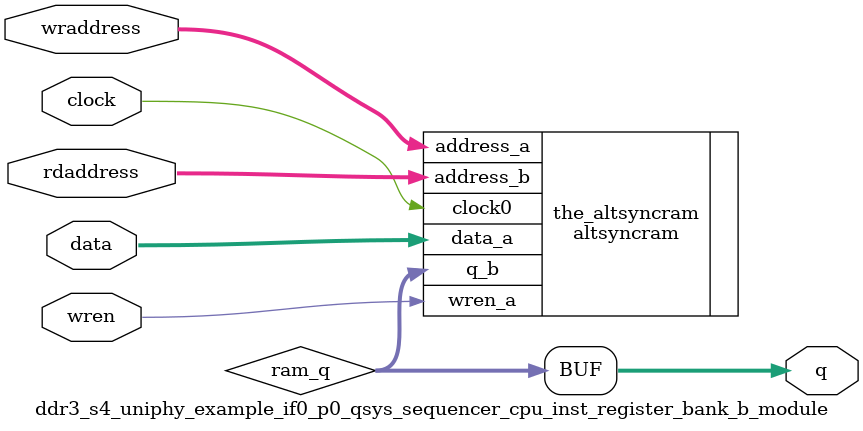
<source format=v>
module ddr3_s4_uniphy_example_if0_p0_qsys_sequencer_cpu_inst_register_bank_b_module (
                                                                                      // inputs:
                                                                                       clock,
                                                                                       data,
                                                                                       rdaddress,
                                                                                       wraddress,
                                                                                       wren,
                                                                                      // outputs:
                                                                                       q
                                                                                    )
;
  parameter lpm_file = "UNUSED";
  output  [ 31: 0] q;
  input            clock;
  input   [ 31: 0] data;
  input   [  4: 0] rdaddress;
  input   [  4: 0] wraddress;
  input            wren;
  wire    [ 31: 0] q;
  wire    [ 31: 0] ram_q;
  assign q = ram_q;
  altsyncram the_altsyncram
    (
      .address_a (wraddress),
      .address_b (rdaddress),
      .clock0 (clock),
      .data_a (data),
      .q_b (ram_q),
      .wren_a (wren)
    );
  defparam the_altsyncram.address_reg_b = "CLOCK0",
           the_altsyncram.init_file = lpm_file,
           the_altsyncram.maximum_depth = 0,
           the_altsyncram.numwords_a = 32,
           the_altsyncram.numwords_b = 32,
           the_altsyncram.operation_mode = "DUAL_PORT",
           the_altsyncram.outdata_reg_b = "UNREGISTERED",
           the_altsyncram.ram_block_type = "AUTO",
           the_altsyncram.rdcontrol_reg_b = "CLOCK0",
           the_altsyncram.read_during_write_mode_mixed_ports = "DONT_CARE",
           the_altsyncram.width_a = 32,
           the_altsyncram.width_b = 32,
           the_altsyncram.widthad_a = 5,
           the_altsyncram.widthad_b = 5;
endmodule
</source>
